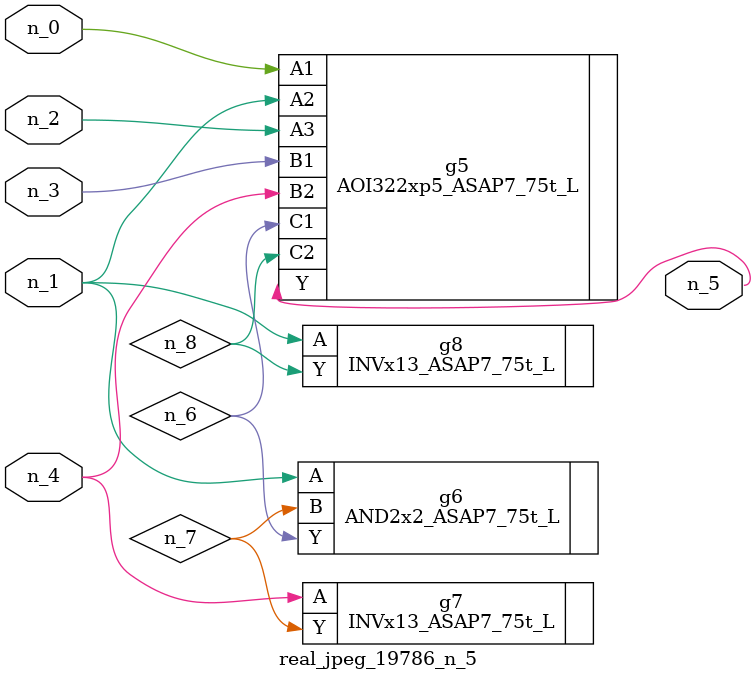
<source format=v>
module real_jpeg_19786_n_5 (n_4, n_0, n_1, n_2, n_3, n_5);

input n_4;
input n_0;
input n_1;
input n_2;
input n_3;

output n_5;

wire n_8;
wire n_6;
wire n_7;

AOI322xp5_ASAP7_75t_L g5 ( 
.A1(n_0),
.A2(n_1),
.A3(n_2),
.B1(n_3),
.B2(n_4),
.C1(n_6),
.C2(n_8),
.Y(n_5)
);

AND2x2_ASAP7_75t_L g6 ( 
.A(n_1),
.B(n_7),
.Y(n_6)
);

INVx13_ASAP7_75t_L g8 ( 
.A(n_1),
.Y(n_8)
);

INVx13_ASAP7_75t_L g7 ( 
.A(n_4),
.Y(n_7)
);


endmodule
</source>
